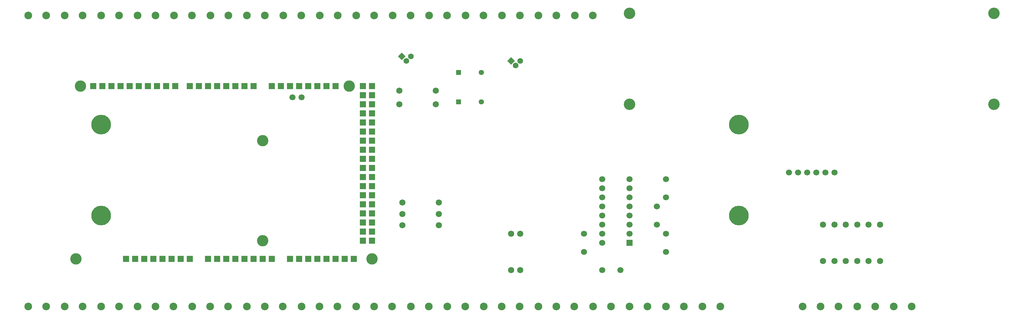
<source format=gbr>
G04 DipTrace 3.3.1.3*
G04 TopMask.gbr*
%MOIN*%
G04 #@! TF.FileFunction,Soldermask,Top*
G04 #@! TF.Part,Single*
%AMOUTLINE1*
4,1,4,
0.0,-0.041001,
-0.041001,0.0,
0.0,0.041001,
0.041001,0.0,
0.0,-0.041001,
0*%
%ADD31C,0.125*%
%ADD32C,0.216535*%
%ADD33C,0.125984*%
%ADD43C,0.066929*%
%ADD44C,0.062992*%
%ADD46C,0.066929*%
%ADD48C,0.067874*%
%ADD50C,0.067874*%
%ADD52C,0.057874*%
%ADD54R,0.057874X0.057874*%
%ADD56R,0.066929X0.066929*%
%ADD58C,0.084646*%
%ADD65OUTLINE1*%
%FSLAX26Y26*%
G04*
G70*
G90*
G75*
G01*
G04 TopMask*
%LPD*%
D58*
X2613058Y3867979D3*
X2809908D3*
X3013058D3*
X3209908D3*
X3413058D3*
X3609908D3*
X6213058D3*
X6409908D3*
X613058Y667979D3*
X809908D3*
X6613058Y3867979D3*
X6809908D3*
X4613058D3*
X4809908D3*
D56*
X4388058Y1392979D3*
Y1492979D3*
Y1592979D3*
Y1692979D3*
Y1792979D3*
Y1892979D3*
Y1992979D3*
Y2092979D3*
Y2192979D3*
Y2292979D3*
Y2392979D3*
Y2492979D3*
Y2592979D3*
Y2692979D3*
Y2792979D3*
Y2892979D3*
Y2992979D3*
X4288058Y3092979D3*
Y1392979D3*
Y1492979D3*
Y1592979D3*
Y1692979D3*
Y1792979D3*
Y1892979D3*
Y1992979D3*
Y2092979D3*
Y2192979D3*
Y2292979D3*
Y2392979D3*
Y2492979D3*
Y2592979D3*
Y2692979D3*
Y2792979D3*
Y2892979D3*
Y2992979D3*
X4388058Y3092979D3*
X2188058Y1192979D3*
X1988058D3*
X1888058D3*
X1788058D3*
X1688058D3*
X3088058D3*
X2988058D3*
X2888058D3*
X2788058D3*
X2688058D3*
X2588058D3*
X2226058Y3092979D3*
X2126058D3*
X2026058D3*
X1926058D3*
X1826058D3*
X1726058D3*
X1626058D3*
X1525058D3*
X1426058D3*
X1326058D3*
X3088058D3*
X2988058D3*
X2888058D3*
X2788058D3*
X2688058D3*
X2588058D3*
X2488058D3*
X2388058D3*
X3288058D3*
X3388058D3*
X3488058D3*
X3588058D3*
X3688058D3*
X3788058D3*
X3888058D3*
X3988058D3*
X3188058Y1192979D3*
X3288058D3*
X3488058D3*
X3588058D3*
X3688058D3*
X3788058D3*
X3888058D3*
X3988058D3*
X4088058D3*
X4188058D3*
X2088058D3*
X2388058D3*
X2288058D3*
D31*
X1138058D3*
X1188058Y3092979D3*
X3188058Y1392979D3*
Y2492979D3*
X4388058Y1192979D3*
X4138058Y3092979D3*
D58*
X1013058Y3867979D3*
X1209908D3*
D54*
X5338058Y3242979D3*
D52*
X5588058D3*
D58*
X9113058Y667979D3*
X9309908D3*
X9506759D3*
X5013058Y3867979D3*
X5209908D3*
X5413058D3*
X5609908D3*
X5813058D3*
X6009908D3*
X1013058Y667979D3*
X1209908D3*
X1413058D3*
X1609908D3*
X1813058D3*
X2009908D3*
X2206759D3*
X1413058Y3867979D3*
X1609908D3*
D50*
X5088058Y3042979D3*
D48*
X4688058D3*
D54*
X5338058Y2917979D3*
D52*
X5588058D3*
D58*
X6813058Y667979D3*
X7009908D3*
X5613058D3*
X5809908D3*
X6006759D3*
X6213058D3*
X6409908D3*
X6606759D3*
X7213058D3*
X7409908D3*
X7613058D3*
X7809908D3*
X8013058D3*
X8209908D3*
X2413058D3*
X2609908D3*
X2806759D3*
D56*
X7213058Y1367979D3*
D46*
Y1467979D3*
Y1567979D3*
Y1667979D3*
Y1767979D3*
Y1867979D3*
Y1967979D3*
Y2067979D3*
X6913058D3*
Y1967979D3*
Y1867979D3*
Y1767979D3*
Y1667979D3*
Y1567979D3*
Y1467979D3*
Y1367979D3*
D50*
X9463058Y1167979D3*
D48*
Y1567979D3*
D50*
X9338058Y1167979D3*
D48*
Y1567979D3*
D50*
X9588058Y1167979D3*
D48*
Y1567979D3*
D50*
X9713058Y1167979D3*
D48*
Y1567979D3*
D50*
X9838058Y1167979D3*
D48*
Y1567979D3*
D50*
X9963058Y1167979D3*
D48*
Y1567979D3*
D50*
X4688058Y2892979D3*
D48*
X5088058D3*
D50*
X4718701Y1811399D3*
D48*
X5118701D3*
D50*
X4718701Y1686399D3*
D48*
X5118701D3*
D50*
X4718701Y1561399D3*
D48*
X5118701D3*
D32*
X1413058Y2667979D3*
Y1667979D3*
D44*
X6013058Y3367979D3*
X5963058Y3317979D3*
D65*
X5913058Y3367979D3*
D44*
X4813058Y3417979D3*
X4763058Y3367979D3*
D65*
X4713058Y3417979D3*
D43*
X7613058Y1267979D3*
Y1467979D3*
X7513058Y1767979D3*
Y1567979D3*
X7613058Y1867979D3*
Y2067979D3*
X6713058Y1267979D3*
Y1467979D3*
X6913058Y1067979D3*
X7113058D3*
X3513058Y2967979D3*
X3613058D3*
D50*
X5913058Y1067979D3*
D48*
Y1467979D3*
D50*
X6013058Y1067979D3*
D48*
Y1467979D3*
D43*
X9463058Y2142979D3*
X8963058D3*
D33*
X11213058Y2892979D3*
Y3892979D3*
X7213058D3*
Y2892979D3*
D43*
X9363058Y2142979D3*
X9263058D3*
X9163058D3*
X9063058D3*
D32*
X8413058Y2667979D3*
Y1667979D3*
D58*
X613058Y3867979D3*
X809908D3*
X1813058D3*
X2009908D3*
X2213058D3*
X2409908D3*
X3813058D3*
X4009908D3*
X4213058D3*
X4409908D3*
X9713058Y667979D3*
X9909908D3*
X10113058D3*
X10309908D3*
X3013058D3*
X3209908D3*
X3406759D3*
X3613058D3*
X3809908D3*
X4006759D3*
X4213058D3*
X4409908D3*
X4606759D3*
X4813058D3*
X5009908D3*
X5213058D3*
X5409908D3*
M02*

</source>
